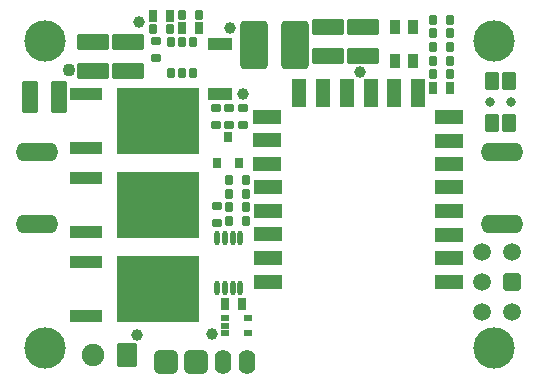
<source format=gts>
G04*
G04 #@! TF.GenerationSoftware,Altium Limited,Altium Designer,20.1.8 (145)*
G04*
G04 Layer_Color=32768*
%FSAX44Y44*%
%MOMM*%
G71*
G04*
G04 #@! TF.SameCoordinates,BC819849-6B9C-4E92-9E7B-26ABC9CEBC8F*
G04*
G04*
G04 #@! TF.FilePolarity,Negative*
G04*
G01*
G75*
%ADD22C,1.0000*%
%ADD35R,0.9000X1.3000*%
G04:AMPARAMS|DCode=36|XSize=0.85mm|YSize=0.65mm|CornerRadius=0.0527mm|HoleSize=0mm|Usage=FLASHONLY|Rotation=90.000|XOffset=0mm|YOffset=0mm|HoleType=Round|Shape=RoundedRectangle|*
%AMROUNDEDRECTD36*
21,1,0.8500,0.5445,0,0,90.0*
21,1,0.7445,0.6500,0,0,90.0*
1,1,0.1055,0.2723,0.3723*
1,1,0.1055,0.2723,-0.3723*
1,1,0.1055,-0.2723,-0.3723*
1,1,0.1055,-0.2723,0.3723*
%
%ADD36ROUNDEDRECTD36*%
%ADD37O,0.4500X1.2500*%
G04:AMPARAMS|DCode=38|XSize=2.65mm|YSize=1.3mm|CornerRadius=0.056mm|HoleSize=0mm|Usage=FLASHONLY|Rotation=90.000|XOffset=0mm|YOffset=0mm|HoleType=Round|Shape=RoundedRectangle|*
%AMROUNDEDRECTD38*
21,1,2.6500,1.1880,0,0,90.0*
21,1,2.5380,1.3000,0,0,90.0*
1,1,0.1120,0.5940,1.2690*
1,1,0.1120,0.5940,-1.2690*
1,1,0.1120,-0.5940,-1.2690*
1,1,0.1120,-0.5940,1.2690*
%
%ADD38ROUNDEDRECTD38*%
G04:AMPARAMS|DCode=39|XSize=2.65mm|YSize=1.3mm|CornerRadius=0.056mm|HoleSize=0mm|Usage=FLASHONLY|Rotation=0.000|XOffset=0mm|YOffset=0mm|HoleType=Round|Shape=RoundedRectangle|*
%AMROUNDEDRECTD39*
21,1,2.6500,1.1880,0,0,0.0*
21,1,2.5380,1.3000,0,0,0.0*
1,1,0.1120,1.2690,-0.5940*
1,1,0.1120,-1.2690,-0.5940*
1,1,0.1120,-1.2690,0.5940*
1,1,0.1120,1.2690,0.5940*
%
%ADD39ROUNDEDRECTD39*%
%ADD40C,1.1000*%
G04:AMPARAMS|DCode=41|XSize=1.05mm|YSize=2.75mm|CornerRadius=0.0547mm|HoleSize=0mm|Usage=FLASHONLY|Rotation=90.000|XOffset=0mm|YOffset=0mm|HoleType=Round|Shape=RoundedRectangle|*
%AMROUNDEDRECTD41*
21,1,1.0500,2.6405,0,0,90.0*
21,1,0.9405,2.7500,0,0,90.0*
1,1,0.1095,1.3203,0.4703*
1,1,0.1095,1.3203,-0.4703*
1,1,0.1095,-1.3203,-0.4703*
1,1,0.1095,-1.3203,0.4703*
%
%ADD41ROUNDEDRECTD41*%
G04:AMPARAMS|DCode=42|XSize=5.65mm|YSize=6.9mm|CornerRadius=0.0778mm|HoleSize=0mm|Usage=FLASHONLY|Rotation=90.000|XOffset=0mm|YOffset=0mm|HoleType=Round|Shape=RoundedRectangle|*
%AMROUNDEDRECTD42*
21,1,5.6500,6.7445,0,0,90.0*
21,1,5.4945,6.9000,0,0,90.0*
1,1,0.1555,3.3723,2.7473*
1,1,0.1555,3.3723,-2.7473*
1,1,0.1555,-3.3723,-2.7473*
1,1,0.1555,-3.3723,2.7473*
%
%ADD42ROUNDEDRECTD42*%
G04:AMPARAMS|DCode=43|XSize=0.85mm|YSize=0.65mm|CornerRadius=0.0527mm|HoleSize=0mm|Usage=FLASHONLY|Rotation=0.000|XOffset=0mm|YOffset=0mm|HoleType=Round|Shape=RoundedRectangle|*
%AMROUNDEDRECTD43*
21,1,0.8500,0.5445,0,0,0.0*
21,1,0.7445,0.6500,0,0,0.0*
1,1,0.1055,0.3723,-0.2723*
1,1,0.1055,-0.3723,-0.2723*
1,1,0.1055,-0.3723,0.2723*
1,1,0.1055,0.3723,0.2723*
%
%ADD43ROUNDEDRECTD43*%
G04:AMPARAMS|DCode=44|XSize=0.95mm|YSize=0.7mm|CornerRadius=0.053mm|HoleSize=0mm|Usage=FLASHONLY|Rotation=90.000|XOffset=0mm|YOffset=0mm|HoleType=Round|Shape=RoundedRectangle|*
%AMROUNDEDRECTD44*
21,1,0.9500,0.5940,0,0,90.0*
21,1,0.8440,0.7000,0,0,90.0*
1,1,0.1060,0.2970,0.4220*
1,1,0.1060,0.2970,-0.4220*
1,1,0.1060,-0.2970,-0.4220*
1,1,0.1060,-0.2970,0.4220*
%
%ADD44ROUNDEDRECTD44*%
G04:AMPARAMS|DCode=45|XSize=1.5mm|YSize=1.15mm|CornerRadius=0.0553mm|HoleSize=0mm|Usage=FLASHONLY|Rotation=90.000|XOffset=0mm|YOffset=0mm|HoleType=Round|Shape=RoundedRectangle|*
%AMROUNDEDRECTD45*
21,1,1.5000,1.0395,0,0,90.0*
21,1,1.3895,1.1500,0,0,90.0*
1,1,0.1105,0.5198,0.6948*
1,1,0.1105,0.5198,-0.6948*
1,1,0.1105,-0.5198,-0.6948*
1,1,0.1105,-0.5198,0.6948*
%
%ADD45ROUNDEDRECTD45*%
G04:AMPARAMS|DCode=46|XSize=0.64mm|YSize=0.85mm|CornerRadius=0.0527mm|HoleSize=0mm|Usage=FLASHONLY|Rotation=0.000|XOffset=0mm|YOffset=0mm|HoleType=Round|Shape=RoundedRectangle|*
%AMROUNDEDRECTD46*
21,1,0.6400,0.7446,0,0,0.0*
21,1,0.5346,0.8500,0,0,0.0*
1,1,0.1054,0.2673,-0.3723*
1,1,0.1054,-0.2673,-0.3723*
1,1,0.1054,-0.2673,0.3723*
1,1,0.1054,0.2673,0.3723*
%
%ADD46ROUNDEDRECTD46*%
G04:AMPARAMS|DCode=47|XSize=1.95mm|YSize=1.1mm|CornerRadius=0.055mm|HoleSize=0mm|Usage=FLASHONLY|Rotation=180.000|XOffset=0mm|YOffset=0mm|HoleType=Round|Shape=RoundedRectangle|*
%AMROUNDEDRECTD47*
21,1,1.9500,0.9900,0,0,180.0*
21,1,1.8400,1.1000,0,0,180.0*
1,1,0.1100,-0.9200,0.4950*
1,1,0.1100,0.9200,0.4950*
1,1,0.1100,0.9200,-0.4950*
1,1,0.1100,-0.9200,-0.4950*
%
%ADD47ROUNDEDRECTD47*%
G04:AMPARAMS|DCode=48|XSize=1.2mm|YSize=2.4mm|CornerRadius=0.0555mm|HoleSize=0mm|Usage=FLASHONLY|Rotation=270.000|XOffset=0mm|YOffset=0mm|HoleType=Round|Shape=RoundedRectangle|*
%AMROUNDEDRECTD48*
21,1,1.2000,2.2890,0,0,270.0*
21,1,1.0890,2.4000,0,0,270.0*
1,1,0.1110,-1.1445,-0.5445*
1,1,0.1110,-1.1445,0.5445*
1,1,0.1110,1.1445,0.5445*
1,1,0.1110,1.1445,-0.5445*
%
%ADD48ROUNDEDRECTD48*%
G04:AMPARAMS|DCode=49|XSize=1.2mm|YSize=2.4mm|CornerRadius=0.0555mm|HoleSize=0mm|Usage=FLASHONLY|Rotation=0.000|XOffset=0mm|YOffset=0mm|HoleType=Round|Shape=RoundedRectangle|*
%AMROUNDEDRECTD49*
21,1,1.2000,2.2890,0,0,0.0*
21,1,1.0890,2.4000,0,0,0.0*
1,1,0.1110,0.5445,-1.1445*
1,1,0.1110,-0.5445,-1.1445*
1,1,0.1110,-0.5445,1.1445*
1,1,0.1110,0.5445,1.1445*
%
%ADD49ROUNDEDRECTD49*%
G04:AMPARAMS|DCode=50|XSize=0.65mm|YSize=0.9mm|CornerRadius=0.0527mm|HoleSize=0mm|Usage=FLASHONLY|Rotation=180.000|XOffset=0mm|YOffset=0mm|HoleType=Round|Shape=RoundedRectangle|*
%AMROUNDEDRECTD50*
21,1,0.6500,0.7945,0,0,180.0*
21,1,0.5445,0.9000,0,0,180.0*
1,1,0.1055,-0.2723,0.3973*
1,1,0.1055,0.2723,0.3973*
1,1,0.1055,0.2723,-0.3973*
1,1,0.1055,-0.2723,-0.3973*
%
%ADD50ROUNDEDRECTD50*%
G04:AMPARAMS|DCode=51|XSize=4.1mm|YSize=2.3mm|CornerRadius=0.27mm|HoleSize=0mm|Usage=FLASHONLY|Rotation=90.000|XOffset=0mm|YOffset=0mm|HoleType=Round|Shape=RoundedRectangle|*
%AMROUNDEDRECTD51*
21,1,4.1000,1.7600,0,0,90.0*
21,1,3.5600,2.3000,0,0,90.0*
1,1,0.5400,0.8800,1.7800*
1,1,0.5400,0.8800,-1.7800*
1,1,0.5400,-0.8800,-1.7800*
1,1,0.5400,-0.8800,1.7800*
%
%ADD51ROUNDEDRECTD51*%
G04:AMPARAMS|DCode=52|XSize=0.45mm|YSize=0.7mm|CornerRadius=0.0518mm|HoleSize=0mm|Usage=FLASHONLY|Rotation=90.000|XOffset=0mm|YOffset=0mm|HoleType=Round|Shape=RoundedRectangle|*
%AMROUNDEDRECTD52*
21,1,0.4500,0.5965,0,0,90.0*
21,1,0.3465,0.7000,0,0,90.0*
1,1,0.1035,0.2983,0.1733*
1,1,0.1035,0.2983,-0.1733*
1,1,0.1035,-0.2983,-0.1733*
1,1,0.1035,-0.2983,0.1733*
%
%ADD52ROUNDEDRECTD52*%
%ADD53C,0.8000*%
%ADD54C,3.5000*%
G04:AMPARAMS|DCode=55|XSize=1.4mm|YSize=2.1mm|CornerRadius=0.7mm|HoleSize=0mm|Usage=FLASHONLY|Rotation=0.000|XOffset=0mm|YOffset=0mm|HoleType=Round|Shape=RoundedRectangle|*
%AMROUNDEDRECTD55*
21,1,1.4000,0.7000,0,0,0.0*
21,1,0.0000,2.1000,0,0,0.0*
1,1,1.4000,0.0000,-0.3500*
1,1,1.4000,0.0000,-0.3500*
1,1,1.4000,0.0000,0.3500*
1,1,1.4000,0.0000,0.3500*
%
%ADD55ROUNDEDRECTD55*%
G04:AMPARAMS|DCode=56|XSize=2.1mm|YSize=2.1mm|CornerRadius=0.55mm|HoleSize=0mm|Usage=FLASHONLY|Rotation=0.000|XOffset=0mm|YOffset=0mm|HoleType=Round|Shape=RoundedRectangle|*
%AMROUNDEDRECTD56*
21,1,2.1000,1.0000,0,0,0.0*
21,1,1.0000,2.1000,0,0,0.0*
1,1,1.1000,0.5000,-0.5000*
1,1,1.1000,-0.5000,-0.5000*
1,1,1.1000,-0.5000,0.5000*
1,1,1.1000,0.5000,0.5000*
%
%ADD56ROUNDEDRECTD56*%
G04:AMPARAMS|DCode=57|XSize=1.7mm|YSize=2.1mm|CornerRadius=0.21mm|HoleSize=0mm|Usage=FLASHONLY|Rotation=0.000|XOffset=0mm|YOffset=0mm|HoleType=Round|Shape=RoundedRectangle|*
%AMROUNDEDRECTD57*
21,1,1.7000,1.6800,0,0,0.0*
21,1,1.2800,2.1000,0,0,0.0*
1,1,0.4200,0.6400,-0.8400*
1,1,0.4200,-0.6400,-0.8400*
1,1,0.4200,-0.6400,0.8400*
1,1,0.4200,0.6400,0.8400*
%
%ADD57ROUNDEDRECTD57*%
%ADD58C,1.9000*%
%ADD59O,3.6000X1.6000*%
%ADD60C,1.5000*%
G04:AMPARAMS|DCode=61|XSize=1.5mm|YSize=1.5mm|CornerRadius=0.15mm|HoleSize=0mm|Usage=FLASHONLY|Rotation=180.000|XOffset=0mm|YOffset=0mm|HoleType=Round|Shape=RoundedRectangle|*
%AMROUNDEDRECTD61*
21,1,1.5000,1.2000,0,0,180.0*
21,1,1.2000,1.5000,0,0,180.0*
1,1,0.3000,-0.6000,0.6000*
1,1,0.3000,0.6000,0.6000*
1,1,0.3000,0.6000,-0.6000*
1,1,0.3000,-0.6000,-0.6000*
%
%ADD61ROUNDEDRECTD61*%
D22*
X00109558Y00305355D02*
D03*
X00185972Y00300318D02*
D03*
X00296164Y00263144D02*
D03*
X00197435Y00245068D02*
D03*
X00107514Y00040894D02*
D03*
X00171429Y00041128D02*
D03*
D35*
X00325960Y00272286D02*
D03*
X00340960D02*
D03*
Y00301286D02*
D03*
X00325960D02*
D03*
D36*
X00372964Y00295990D02*
D03*
X00358464D02*
D03*
Y00284407D02*
D03*
X00372964D02*
D03*
X00358464Y00307492D02*
D03*
X00372964D02*
D03*
X00358464Y00272904D02*
D03*
X00372964D02*
D03*
X00135845Y00299730D02*
D03*
X00121345D02*
D03*
X00145630Y00311404D02*
D03*
X00160130D02*
D03*
X00358464Y00261402D02*
D03*
X00372964D02*
D03*
X00185554Y00148737D02*
D03*
X00200054D02*
D03*
X00200036Y00160274D02*
D03*
X00185536D02*
D03*
X00200036Y00171704D02*
D03*
X00185536D02*
D03*
X00185554Y00137174D02*
D03*
X00200054D02*
D03*
D37*
X00175656Y00080664D02*
D03*
X00182156D02*
D03*
X00188656D02*
D03*
X00195156D02*
D03*
X00175656Y00123164D02*
D03*
X00182156D02*
D03*
X00188656D02*
D03*
X00195156D02*
D03*
D38*
X00041944Y00242192D02*
D03*
X00016944D02*
D03*
D39*
X00099984Y00289086D02*
D03*
Y00264086D02*
D03*
X00269271Y00276644D02*
D03*
Y00301644D02*
D03*
X00070521Y00289086D02*
D03*
Y00264086D02*
D03*
X00298773Y00276644D02*
D03*
Y00301644D02*
D03*
D40*
X00049691Y00264715D02*
D03*
D41*
X00064728Y00244834D02*
D03*
Y00199034D02*
D03*
Y00102289D02*
D03*
Y00056488D02*
D03*
Y00127761D02*
D03*
Y00173561D02*
D03*
D42*
X00125728Y00221933D02*
D03*
Y00079388D02*
D03*
Y00150661D02*
D03*
D43*
X00123563Y00274868D02*
D03*
Y00289368D02*
D03*
X00175006Y00150007D02*
D03*
Y00135507D02*
D03*
X00185581Y00233138D02*
D03*
Y00218638D02*
D03*
X00174079D02*
D03*
Y00233138D02*
D03*
X00197084Y00218638D02*
D03*
Y00233138D02*
D03*
D44*
X00135845Y00310980D02*
D03*
X00121345D02*
D03*
X00372964Y00249464D02*
D03*
X00358464D02*
D03*
X00160130Y00300257D02*
D03*
X00145630D02*
D03*
X00182156Y00066712D02*
D03*
X00196656D02*
D03*
D45*
X00408134Y00256000D02*
D03*
X00422634D02*
D03*
Y00220000D02*
D03*
X00408134D02*
D03*
D46*
X00136260Y00262852D02*
D03*
X00145760D02*
D03*
X00155260D02*
D03*
X00136260Y00288352D02*
D03*
X00145760D02*
D03*
X00155260D02*
D03*
D47*
X00178250Y00244840D02*
D03*
Y00286840D02*
D03*
D48*
X00372152Y00085666D02*
D03*
Y00205300D02*
D03*
X00217942Y00225620D02*
D03*
X00372152Y00105478D02*
D03*
Y00125544D02*
D03*
Y00145356D02*
D03*
Y00165676D02*
D03*
Y00185488D02*
D03*
Y00225366D02*
D03*
X00217942Y00205554D02*
D03*
Y00185742D02*
D03*
X00218196Y00165676D02*
D03*
Y00145610D02*
D03*
Y00125798D02*
D03*
Y00105478D02*
D03*
Y00085666D02*
D03*
D49*
X00345212Y00245194D02*
D03*
X00325400D02*
D03*
X00305588D02*
D03*
X00285268D02*
D03*
X00265456D02*
D03*
X00245136D02*
D03*
D50*
X00175006Y00186055D02*
D03*
X00194006D02*
D03*
X00184506Y00208055D02*
D03*
D51*
X00241527Y00286128D02*
D03*
X00206527D02*
D03*
D52*
X00182156Y00054994D02*
D03*
Y00048494D02*
D03*
Y00041994D02*
D03*
X00201656D02*
D03*
Y00054994D02*
D03*
D53*
X00424384Y00238000D02*
D03*
X00406384D02*
D03*
D54*
X00410000Y00290000D02*
D03*
Y00030000D02*
D03*
X00030000D02*
D03*
Y00290000D02*
D03*
D55*
X00200640Y00017750D02*
D03*
X00180524D02*
D03*
D56*
X00157968D02*
D03*
X00132060Y00018004D02*
D03*
D57*
X00099092Y00023592D02*
D03*
D58*
X00070592D02*
D03*
D59*
X00023250Y00195502D02*
D03*
Y00134504D02*
D03*
X00416750D02*
D03*
Y00195502D02*
D03*
D60*
X00425066Y00111232D02*
D03*
Y00060432D02*
D03*
X00399666D02*
D03*
Y00085832D02*
D03*
Y00111232D02*
D03*
D61*
X00425066Y00085832D02*
D03*
M02*

</source>
